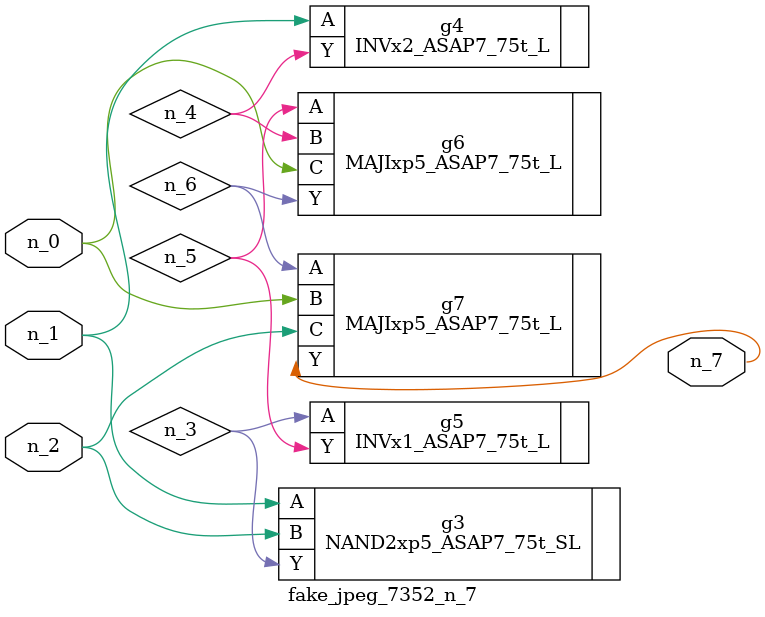
<source format=v>
module fake_jpeg_7352_n_7 (n_0, n_2, n_1, n_7);

input n_0;
input n_2;
input n_1;

output n_7;

wire n_3;
wire n_4;
wire n_6;
wire n_5;

NAND2xp5_ASAP7_75t_SL g3 ( 
.A(n_1),
.B(n_2),
.Y(n_3)
);

INVx2_ASAP7_75t_L g4 ( 
.A(n_1),
.Y(n_4)
);

INVx1_ASAP7_75t_L g5 ( 
.A(n_3),
.Y(n_5)
);

MAJIxp5_ASAP7_75t_L g6 ( 
.A(n_5),
.B(n_4),
.C(n_0),
.Y(n_6)
);

MAJIxp5_ASAP7_75t_L g7 ( 
.A(n_6),
.B(n_0),
.C(n_2),
.Y(n_7)
);


endmodule
</source>
